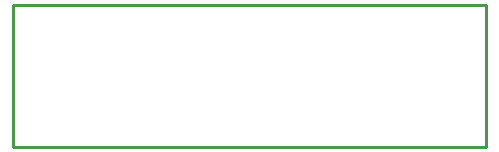
<source format=gbr>
G04 EAGLE Gerber RS-274X export*
G75*
%MOMM*%
%FSLAX34Y34*%
%LPD*%
%IN*%
%IPPOS*%
%AMOC8*
5,1,8,0,0,1.08239X$1,22.5*%
G01*
%ADD10C,0.254000*%


D10*
X0Y0D02*
X400000Y0D01*
X400000Y120000D01*
X0Y120000D01*
X0Y0D01*
M02*

</source>
